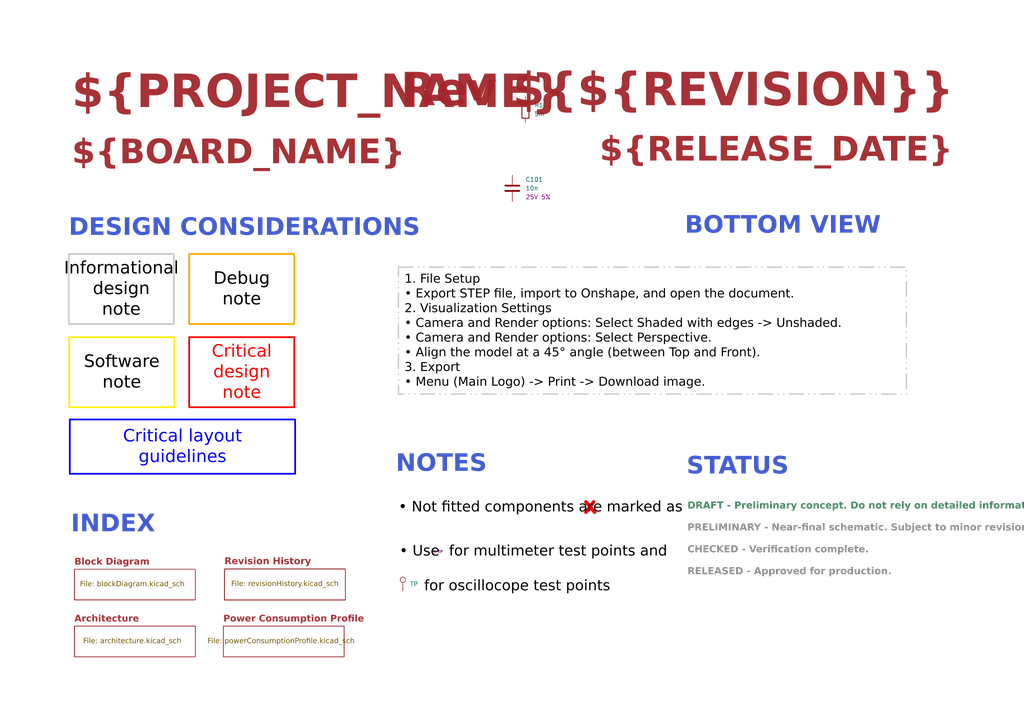
<source format=kicad_sch>
(kicad_sch (version 20250114) (generator "eeschema") (generator_version "9.0")
  (paper "A4")
  (title_block (title "Cover Page") (date "2025-04-06") (rev "${REVISION}") (company "${COMPANY}"))
  (lib_symbols
    (symbol "Connector:TestPoint" (pin_numbers (hide yes)) (pin_names (offset 0.762) (hide yes))
      (property "Reference" "TP" (at 0 6.858 0))
      (property "Value" "TestPoint" (at 0 5.08 0))
      (symbol "TestPoint_0_1"
        (circle (center 0 3.302) (radius 0.762))
      )
      (symbol "TestPoint_1_1"
        (pin passive line (at 0 0 90) (length 2.54) (name "1") (number "1"))
      )
    )
    (symbol "Connector:TestPoint_Small" (pin_numbers (hide yes)) (pin_names (offset 0.762) (hide yes))
      (property "Reference" "TP" (at 0 3.81 0))
      (property "Value" "TestPoint_Small" (at 0 2.032 0))
      (symbol "TestPoint_Small_0_1"
        (circle (center 0 0) (radius 0.508))
      )
      (symbol "TestPoint_Small_1_1"
        (pin passive line (at 0 0 90) (length 0) (name "1") (number "1"))
      )
    )
    (symbol "library_link:Capacitors/CAP-003" (pin_numbers (hide yes)) (pin_names (offset 0.254))
      (property "Reference" "C" (at 0.635 2.54 0))
      (property "Value" "10n" (at 0.635 -2.54 0))
      (property "Rating" "25V 5%" (at 0 0 0))
      (symbol "Capacitors/CAP-003_0_1"
        (polyline (pts (xy -2.032 0.762) (xy 2.032 0.762)) (stroke (width 0.508)))
        (polyline (pts (xy -2.032 -0.762) (xy 2.032 -0.762)) (stroke (width 0.508)))
      )
      (symbol "Capacitors/CAP-003_1_1"
        (pin passive line (at 0 3.81 270) (length 2.794) (name "~") (number "1"))
        (pin passive line (at 0 -3.81 90) (length 2.794) (name "~") (number "2"))
      )
    )
    (symbol "library_link:Resistors/RES-003" (pin_numbers (hide yes)) (pin_names (offset 0))
      (property "Reference" "R" (at 2.032 0 90))
      (property "Value" "5m" (at 0 0 90))
      (symbol "Resistors/RES-003_0_1"
        (rectangle (start -1.016 -2.54) (end 1.016 2.54) (stroke (width 0.254)))
      )
      (symbol "Resistors/RES-003_1_1"
        (pin passive line (at 0 3.81 270) (length 1.27) (name "~") (number "1"))
        (pin passive line (at 0 -3.81 90) (length 1.27) (name "~") (number "2"))
      )
    )
  )
  (text "INDEX" (at 20.574 156.464 0) (effects (font (size 5 5) (bold yes)) (justify left bottom)))
  (text "DRAFT - Preliminary concept. Do not rely on detailed information." (at 199.39 148.59 0) (effects (font (size 2 2) (thickness 0.6) (bold yes)) (justify left bottom)))
  (text "${RELEASE_DATE}" (at 276.352 49.784 0) (effects (font (size 7 7) (thickness 1) (bold yes)) (justify right bottom)))
  (text "PRELIMINARY - Near-final schematic. Subject to minor revisions." (at 199.39 154.94 0) (effects (font (size 2 2) (thickness 0.6) (bold yes)) (justify left bottom)))
  (text "STATUS\n" (at 199.136 139.7 0) (effects (font (size 5 5) (bold yes)) (justify left bottom)))
  (text "NOTES" (at 114.808 138.938 0) (effects (font (size 5 5) (bold yes)) (justify left bottom)))
  (text "CHECKED - Verification complete. " (at 199.39 161.29 0) (effects (font (size 2 2) (thickness 0.6) (bold yes)) (justify left bottom)))
  (text "Rev ${REVISION}" (at 276.606 34.798 0) (effects (font (size 9.5 9.5) (thickness 1) (bold yes)) (justify right bottom)))
  (text "RELEASED - Approved for production." (at 199.39 167.64 0) (effects (font (size 2 2) (thickness 0.6) (bold yes)) (justify left bottom)))
  (text "BOTTOM VIEW" (at 198.628 69.85 0) (effects (font (size 5 5) (bold yes)) (justify left bottom)))
  (text "• Not fitted components are marked as" (at 115.57 149.86 0) (effects (font (size 3 3)) (justify left bottom)))
  (text "${BOARD_NAME}" (at 20.828 50.546 0) (effects (font (size 7 7) (thickness 1) (bold yes)) (justify left bottom)))
  (text "DESIGN CONSIDERATIONS" (at 19.939 70.485 0) (effects (font (size 5 5) (bold yes)) (justify left bottom)))
  (text "${PROJECT_NAME}" (at 20.828 35.306 0) (effects (font (size 9.5 9.5) (thickness 1) (bold yes)) (justify left bottom)))
  (text "• Use	for multimeter test points and\n\n	for oscillocope test points" (at 115.824 172.72 0) (effects (font (size 3 3)) (justify left bottom)))
  (text_box "Debug note" (at 54.864 73.66 0) (size 30.48 20.32) (margins 1.75 1.75 1.75 1.75) (stroke (width 0.5) (color 255 165 0 1)) (effects (font (size 3.556 3.556))))
  (text_box "1. File Setup\n• Export STEP file, import to Onshape, and open the document.\n2. Visualization Settings\n• Camera and Render options: Select Shaded with edges -> Unshaded.\n• Camera and Render options: Select Perspective.\n• Align the model at a 45° angle (between Top and Front).\n3. Export\n• Menu (Main Logo) -> Print -> Download image." (at 115.57 77.47 0) (size 147.32 36.83) (margins 1.75 1.75 1.75 1.75) (stroke (width 0.381) (type dash_dot_dot) (color 200 200 200 1)) (effects (font (size 2.54 2.54)) (justify left)))
  (text_box "Critical layout guidelines" (at 20.2438 121.666 0) (size 65.3542 15.748) (margins 1.75 1.75 1.75 1.75) (stroke (width 0.5) (color 0 0 255 1)) (effects (font (size 3.556 3.556))))
  (text_box "Critical design note" (at 54.864 97.79 0) (size 30.48 20.32) (margins 1.75 1.75 1.75 1.75) (stroke (width 0.5) (color 255 0 0 1)) (effects (font (size 3.556 3.556))))
  (text_box "Software note" (at 20.066 97.79 0) (size 30.48 20.32) (margins 1.75 1.75 1.75 1.75) (stroke (width 0.5) (color 250 236 0 1)) (effects (font (size 3.556 3.556))))
  (text_box "Informational design note" (at 19.939 73.66 0) (size 30.48 20.32) (margins 1.75 1.75 1.75 1.75) (stroke (width 0.5) (color 200 200 200 1)) (effects (font (size 3.556 3.556))))
  (polyline (pts (xy 172.212 145.542) (xy 169.926 148.59)) (stroke (width 1) (color 255 0 0 1)))
  (polyline (pts (xy 169.926 145.542) (xy 172.466 148.59)) (stroke (width 1) (color 255 0 0 1)))
  (symbol (lib_id "library_link:Resistors/RES-003") (at 152.4 31.75 0) (unit 1)
    (property "Reference" "R101" (at 154.94 30.4799 0) (effects (justify left)))
    (property "Value" "5m" (at 154.94 33.0199 0) (effects (justify left)))
    (property "Footprint" "INO_Footprints:R_2512_6332Metric" (effects (hide yes)))
    (property "Description" "2W 5mΩ Current Sense Resistor ±1% 2512 Chip Resistor - Surface Mount RoHS" (effects (hide yes)))
    (property "Package" "2512" (effects (hide yes)))
    (property "MPN" "HoYLR2512-2W-5mR-1%" (effects (hide yes)))
    (property "Manufacturer" "a" (effects (hide yes)))
    (property "LCSC" "C5375417" (effects (hide yes)))
  )
  (symbol (lib_id "Connector:TestPoint_Small") (at 125.73 160.02 0) (unit 1) (in_bom no)
    (property "Reference" "TP101" (effects (hide yes)))
    (property "Value" "TP" (at 127 160.02 0) (effects (font (size 0.762 0.762)) (justify left)))
    (property "Footprint" "TestPoint:TestPoint_Pad_D1.0mm" (effects (hide yes)))
    (property "Description" "test point" (effects (hide yes)))
  )
  (symbol (lib_id "Connector:TestPoint") (at 116.84 171.45 0) (mirror y) (unit 1)
    (property "Reference" "TP102" (effects (hide yes)))
    (property "Value" "TP" (at 118.872 169.418 0) (effects (justify right)))
    (property "Footprint" "lib_fp:TestPoint_Keystone_5019_Miniature" (effects (hide yes)))
    (property "Description" "Test Point, Compact, Surface Mount" (effects (hide yes)))
    (property "LCSC" "C5199800" (effects (hide yes)))
    (property "MFG" "ronghe" (effects (hide yes)))
    (property "MPN" "RH-5019" (effects (hide yes)))
  )
  (symbol (lib_id "library_link:Capacitors/CAP-003") (at 148.59 54.61 0) (unit 1)
    (property "Reference" "C101" (at 152.4 52.0699 0) (effects (justify left)))
    (property "Value" "10n" (at 152.4 54.6099 0) (effects (justify left)))
    (property "Footprint" "INO_Footprints:C_0402_1005Metric" (effects (hide yes)))
    (property "Description" "10nF ±5% 25V Ceramic Capacitor C0G 0402" (effects (hide yes)))
    (property "Rating" "25V 5%" (at 152.4 57.1499 0) (effects (justify left)))
    (property "Package" "0402" (effects (hide yes)))
    (property "MPN" "GRM1555C1E103JE01D" (effects (hide yes)))
    (property "Manufacturer" "muRata" (effects (hide yes)))
    (property "LCSC" "C3855387" (effects (hide yes)))
  )
  (sheet (at 21.59 165.1) (size 35.052 8.89) (stroke (width 0.1524))
    (property "Sheetname" "Block Diagram" (at 21.59 164.0709 0) (effects (font (size 1.905 1.905) (bold yes)) (justify left bottom)))
    (property "Sheetfile" "blockDiagram.kicad_sch" (at 38.354 169.418 0) (effects (font (size 1.5 1.5) (italic yes))))
  )
  (sheet (at 65.1002 165.0238) (size 35.052 8.9916) (stroke (width 0.1524))
    (property "Sheetname" "Revision History" (at 65.1002 163.9722 0) (effects (font (size 1.95 1.95) (bold yes)) (justify left bottom)))
    (property "Sheetfile" "revisionHistory.kicad_sch" (at 82.6262 169.3418 0) (effects (font (size 1.5 1.5) (italic yes))))
  )
  (sheet (at 64.77 181.61) (size 35.052 8.89) (stroke (width 0.1524))
    (property "Sheetname" "Power Consumption Profile" (at 64.77 180.5809 0) (effects (font (size 1.905 1.905) (bold yes)) (justify left bottom)))
    (property "Sheetfile" "powerConsumptionProfile.kicad_sch" (at 81.534 185.928 0) (effects (font (size 1.5 1.5) (italic yes))))
  )
  (sheet (at 21.59 181.61) (size 35.052 8.89) (stroke (width 0.1524))
    (property "Sheetname" "Architecture" (at 21.59 180.5809 0) (effects (font (size 1.905 1.905) (bold yes)) (justify left bottom)))
    (property "Sheetfile" "architecture.kicad_sch" (at 38.354 185.928 0) (effects (font (size 1.5 1.5) (italic yes))))
  )
)
</source>
